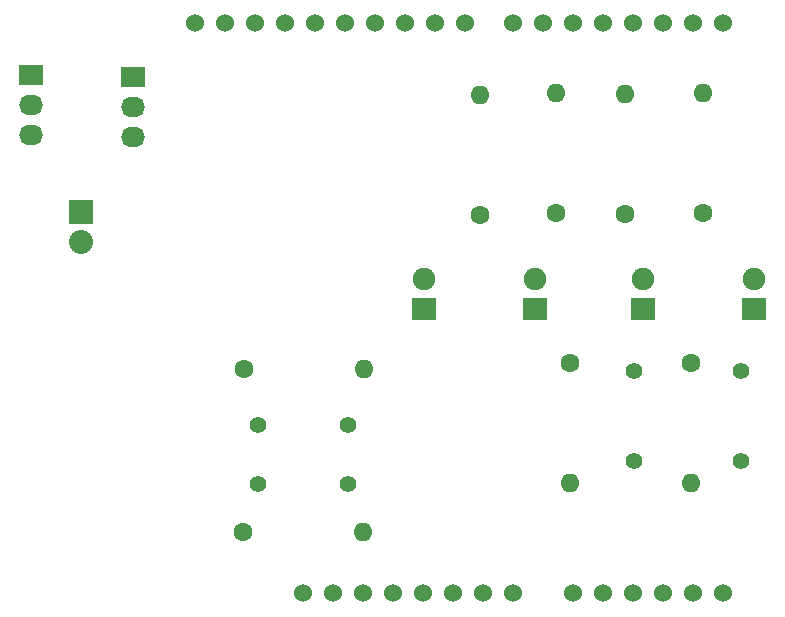
<source format=gbr>
G04 #@! TF.FileFunction,Copper,L2,Bot,Signal*
%FSLAX46Y46*%
G04 Gerber Fmt 4.6, Leading zero omitted, Abs format (unit mm)*
G04 Created by KiCad (PCBNEW 4.0.5+dfsg1-4) date Thu May 16 10:40:04 2019*
%MOMM*%
%LPD*%
G01*
G04 APERTURE LIST*
%ADD10C,0.100000*%
%ADD11C,1.397000*%
%ADD12R,2.000000X1.900000*%
%ADD13C,1.900000*%
%ADD14R,2.032000X1.727200*%
%ADD15O,2.032000X1.727200*%
%ADD16C,1.600000*%
%ADD17O,1.600000X1.600000*%
%ADD18C,1.524000*%
%ADD19R,2.032000X2.032000*%
%ADD20O,2.032000X2.032000*%
G04 APERTURE END LIST*
D10*
D11*
X172593000Y-88201500D03*
X180213000Y-88201500D03*
X204406500Y-83629500D03*
X204406500Y-91249500D03*
X172593000Y-93218000D03*
X180213000Y-93218000D03*
X213487000Y-83629500D03*
X213487000Y-91249500D03*
D12*
X214630000Y-78359000D03*
D13*
X214630000Y-75819000D03*
D12*
X205232000Y-78359000D03*
D13*
X205232000Y-75819000D03*
D12*
X196088000Y-78359000D03*
D13*
X196088000Y-75819000D03*
D12*
X186690000Y-78359000D03*
D13*
X186690000Y-75819000D03*
D14*
X153352500Y-58610500D03*
D15*
X153352500Y-61150500D03*
X153352500Y-63690500D03*
D14*
X162052000Y-58737500D03*
D15*
X162052000Y-61277500D03*
X162052000Y-63817500D03*
D16*
X171323000Y-97282000D03*
D17*
X181483000Y-97282000D03*
D16*
X199009000Y-82931000D03*
D17*
X199009000Y-93091000D03*
D16*
X209232500Y-82931000D03*
D17*
X209232500Y-93091000D03*
D16*
X171386500Y-83439000D03*
D17*
X181546500Y-83439000D03*
D16*
X210248500Y-70294500D03*
D17*
X210248500Y-60134500D03*
D16*
X203708000Y-70358000D03*
D17*
X203708000Y-60198000D03*
D16*
X197802500Y-70294500D03*
D17*
X197802500Y-60134500D03*
D16*
X191389000Y-70421500D03*
D17*
X191389000Y-60261500D03*
D18*
X212001100Y-102463600D03*
X209461100Y-102463600D03*
X206921100Y-102463600D03*
X199301100Y-102463600D03*
X201841100Y-102463600D03*
X204381100Y-102463600D03*
X194221100Y-102463600D03*
X191681100Y-102463600D03*
X189141100Y-102463600D03*
X184061100Y-102463600D03*
X181521100Y-102463600D03*
X212001100Y-54203600D03*
X209461100Y-54203600D03*
X206921100Y-54203600D03*
X204381100Y-54203600D03*
X201841100Y-54203600D03*
X199301100Y-54203600D03*
X196761100Y-54203600D03*
X194221100Y-54203600D03*
X190157100Y-54203600D03*
X187617100Y-54203600D03*
X185077100Y-54203600D03*
X182537100Y-54203600D03*
X179997100Y-54203600D03*
X177457100Y-54203600D03*
X174917100Y-54203600D03*
X172377100Y-54203600D03*
X186601100Y-102463600D03*
X169837100Y-54203600D03*
X167297100Y-54203600D03*
X178981100Y-102463600D03*
X176441100Y-102463600D03*
D19*
X157607000Y-70167500D03*
D20*
X157607000Y-72707500D03*
M02*

</source>
